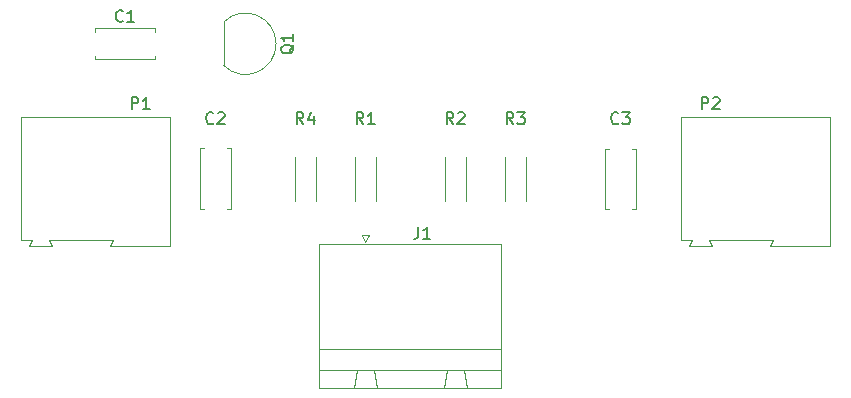
<source format=gbr>
G04 #@! TF.FileFunction,Legend,Top*
%FSLAX46Y46*%
G04 Gerber Fmt 4.6, Leading zero omitted, Abs format (unit mm)*
G04 Created by KiCad (PCBNEW 4.0.6) date 06/11/17 17:15:35*
%MOMM*%
%LPD*%
G01*
G04 APERTURE LIST*
%ADD10C,0.100000*%
%ADD11C,0.120000*%
%ADD12C,0.150000*%
G04 APERTURE END LIST*
D10*
D11*
X79930000Y-61420000D02*
X79930000Y-73580000D01*
X79930000Y-73580000D02*
X95330000Y-73580000D01*
X95330000Y-73580000D02*
X95330000Y-61420000D01*
X95330000Y-61420000D02*
X79930000Y-61420000D01*
X79930000Y-72080000D02*
X79930000Y-70280000D01*
X79930000Y-70280000D02*
X95330000Y-70280000D01*
X95330000Y-70280000D02*
X95330000Y-72080000D01*
X95330000Y-72080000D02*
X79930000Y-72080000D01*
X82820000Y-73580000D02*
X84820000Y-73580000D01*
X84820000Y-73580000D02*
X84570000Y-72080000D01*
X84570000Y-72080000D02*
X83070000Y-72080000D01*
X83070000Y-72080000D02*
X82820000Y-73580000D01*
X90440000Y-73580000D02*
X92440000Y-73580000D01*
X92440000Y-73580000D02*
X92190000Y-72080000D01*
X92190000Y-72080000D02*
X90690000Y-72080000D01*
X90690000Y-72080000D02*
X90440000Y-73580000D01*
X84120000Y-60620000D02*
X83820000Y-61220000D01*
X83820000Y-61220000D02*
X83520000Y-60620000D01*
X83520000Y-60620000D02*
X84120000Y-60620000D01*
X123140000Y-50690000D02*
X110540000Y-50690000D01*
X110540000Y-50690000D02*
X110540000Y-61040000D01*
X110540000Y-61040000D02*
X111490000Y-61040000D01*
X111490000Y-61040000D02*
X111240000Y-61540000D01*
X111240000Y-61540000D02*
X113140000Y-61540000D01*
X113140000Y-61540000D02*
X113190000Y-61540000D01*
X113190000Y-61540000D02*
X112940000Y-61040000D01*
X112940000Y-61040000D02*
X118340000Y-61040000D01*
X118340000Y-61040000D02*
X118040000Y-61540000D01*
X118040000Y-61540000D02*
X123140000Y-61540000D01*
X123140000Y-61540000D02*
X123140000Y-50690000D01*
X60900000Y-43140000D02*
X66020000Y-43140000D01*
X60900000Y-45760000D02*
X66020000Y-45760000D01*
X60900000Y-43140000D02*
X60900000Y-43454000D01*
X60900000Y-45446000D02*
X60900000Y-45760000D01*
X66020000Y-43140000D02*
X66020000Y-43454000D01*
X66020000Y-45446000D02*
X66020000Y-45760000D01*
X72430000Y-53280000D02*
X72430000Y-58400000D01*
X69810000Y-53280000D02*
X69810000Y-58400000D01*
X72430000Y-53280000D02*
X72116000Y-53280000D01*
X70124000Y-53280000D02*
X69810000Y-53280000D01*
X72430000Y-58400000D02*
X72116000Y-58400000D01*
X70124000Y-58400000D02*
X69810000Y-58400000D01*
X106720000Y-53360000D02*
X106720000Y-58480000D01*
X104100000Y-53360000D02*
X104100000Y-58480000D01*
X106720000Y-53360000D02*
X106406000Y-53360000D01*
X104414000Y-53360000D02*
X104100000Y-53360000D01*
X106720000Y-58480000D02*
X106406000Y-58480000D01*
X104414000Y-58480000D02*
X104100000Y-58480000D01*
X67260000Y-50690000D02*
X54660000Y-50690000D01*
X54660000Y-50690000D02*
X54660000Y-61040000D01*
X54660000Y-61040000D02*
X55610000Y-61040000D01*
X55610000Y-61040000D02*
X55360000Y-61540000D01*
X55360000Y-61540000D02*
X57260000Y-61540000D01*
X57260000Y-61540000D02*
X57310000Y-61540000D01*
X57310000Y-61540000D02*
X57060000Y-61040000D01*
X57060000Y-61040000D02*
X62460000Y-61040000D01*
X62460000Y-61040000D02*
X62160000Y-61540000D01*
X62160000Y-61540000D02*
X67260000Y-61540000D01*
X67260000Y-61540000D02*
X67260000Y-50690000D01*
X71810000Y-42650000D02*
X71810000Y-46250000D01*
X71821522Y-42611522D02*
G75*
G02X76260000Y-44450000I1838478J-1838478D01*
G01*
X71821522Y-46288478D02*
G75*
G03X76260000Y-44450000I1838478J1838478D01*
G01*
X82960000Y-57740000D02*
X82960000Y-54020000D01*
X84680000Y-57740000D02*
X84680000Y-54020000D01*
X92300000Y-54020000D02*
X92300000Y-57740000D01*
X90580000Y-54020000D02*
X90580000Y-57740000D01*
X95660000Y-57740000D02*
X95660000Y-54020000D01*
X97380000Y-57740000D02*
X97380000Y-54020000D01*
X79600000Y-54020000D02*
X79600000Y-57740000D01*
X77880000Y-54020000D02*
X77880000Y-57740000D01*
D12*
X88296667Y-59952381D02*
X88296667Y-60666667D01*
X88249047Y-60809524D01*
X88153809Y-60904762D01*
X88010952Y-60952381D01*
X87915714Y-60952381D01*
X89296667Y-60952381D02*
X88725238Y-60952381D01*
X89010952Y-60952381D02*
X89010952Y-59952381D01*
X88915714Y-60095238D01*
X88820476Y-60190476D01*
X88725238Y-60238095D01*
X112291905Y-49982381D02*
X112291905Y-48982381D01*
X112672858Y-48982381D01*
X112768096Y-49030000D01*
X112815715Y-49077619D01*
X112863334Y-49172857D01*
X112863334Y-49315714D01*
X112815715Y-49410952D01*
X112768096Y-49458571D01*
X112672858Y-49506190D01*
X112291905Y-49506190D01*
X113244286Y-49077619D02*
X113291905Y-49030000D01*
X113387143Y-48982381D01*
X113625239Y-48982381D01*
X113720477Y-49030000D01*
X113768096Y-49077619D01*
X113815715Y-49172857D01*
X113815715Y-49268095D01*
X113768096Y-49410952D01*
X113196667Y-49982381D01*
X113815715Y-49982381D01*
X63293334Y-42497143D02*
X63245715Y-42544762D01*
X63102858Y-42592381D01*
X63007620Y-42592381D01*
X62864762Y-42544762D01*
X62769524Y-42449524D01*
X62721905Y-42354286D01*
X62674286Y-42163810D01*
X62674286Y-42020952D01*
X62721905Y-41830476D01*
X62769524Y-41735238D01*
X62864762Y-41640000D01*
X63007620Y-41592381D01*
X63102858Y-41592381D01*
X63245715Y-41640000D01*
X63293334Y-41687619D01*
X64245715Y-42592381D02*
X63674286Y-42592381D01*
X63960000Y-42592381D02*
X63960000Y-41592381D01*
X63864762Y-41735238D01*
X63769524Y-41830476D01*
X63674286Y-41878095D01*
X70953334Y-51157143D02*
X70905715Y-51204762D01*
X70762858Y-51252381D01*
X70667620Y-51252381D01*
X70524762Y-51204762D01*
X70429524Y-51109524D01*
X70381905Y-51014286D01*
X70334286Y-50823810D01*
X70334286Y-50680952D01*
X70381905Y-50490476D01*
X70429524Y-50395238D01*
X70524762Y-50300000D01*
X70667620Y-50252381D01*
X70762858Y-50252381D01*
X70905715Y-50300000D01*
X70953334Y-50347619D01*
X71334286Y-50347619D02*
X71381905Y-50300000D01*
X71477143Y-50252381D01*
X71715239Y-50252381D01*
X71810477Y-50300000D01*
X71858096Y-50347619D01*
X71905715Y-50442857D01*
X71905715Y-50538095D01*
X71858096Y-50680952D01*
X71286667Y-51252381D01*
X71905715Y-51252381D01*
X105243334Y-51157143D02*
X105195715Y-51204762D01*
X105052858Y-51252381D01*
X104957620Y-51252381D01*
X104814762Y-51204762D01*
X104719524Y-51109524D01*
X104671905Y-51014286D01*
X104624286Y-50823810D01*
X104624286Y-50680952D01*
X104671905Y-50490476D01*
X104719524Y-50395238D01*
X104814762Y-50300000D01*
X104957620Y-50252381D01*
X105052858Y-50252381D01*
X105195715Y-50300000D01*
X105243334Y-50347619D01*
X105576667Y-50252381D02*
X106195715Y-50252381D01*
X105862381Y-50633333D01*
X106005239Y-50633333D01*
X106100477Y-50680952D01*
X106148096Y-50728571D01*
X106195715Y-50823810D01*
X106195715Y-51061905D01*
X106148096Y-51157143D01*
X106100477Y-51204762D01*
X106005239Y-51252381D01*
X105719524Y-51252381D01*
X105624286Y-51204762D01*
X105576667Y-51157143D01*
X64031905Y-49982381D02*
X64031905Y-48982381D01*
X64412858Y-48982381D01*
X64508096Y-49030000D01*
X64555715Y-49077619D01*
X64603334Y-49172857D01*
X64603334Y-49315714D01*
X64555715Y-49410952D01*
X64508096Y-49458571D01*
X64412858Y-49506190D01*
X64031905Y-49506190D01*
X65555715Y-49982381D02*
X64984286Y-49982381D01*
X65270000Y-49982381D02*
X65270000Y-48982381D01*
X65174762Y-49125238D01*
X65079524Y-49220476D01*
X64984286Y-49268095D01*
X77767619Y-44545238D02*
X77720000Y-44640476D01*
X77624762Y-44735714D01*
X77481905Y-44878571D01*
X77434286Y-44973810D01*
X77434286Y-45069048D01*
X77672381Y-45021429D02*
X77624762Y-45116667D01*
X77529524Y-45211905D01*
X77339048Y-45259524D01*
X77005714Y-45259524D01*
X76815238Y-45211905D01*
X76720000Y-45116667D01*
X76672381Y-45021429D01*
X76672381Y-44830952D01*
X76720000Y-44735714D01*
X76815238Y-44640476D01*
X77005714Y-44592857D01*
X77339048Y-44592857D01*
X77529524Y-44640476D01*
X77624762Y-44735714D01*
X77672381Y-44830952D01*
X77672381Y-45021429D01*
X77672381Y-43640476D02*
X77672381Y-44211905D01*
X77672381Y-43926191D02*
X76672381Y-43926191D01*
X76815238Y-44021429D01*
X76910476Y-44116667D01*
X76958095Y-44211905D01*
X83653334Y-51252381D02*
X83320000Y-50776190D01*
X83081905Y-51252381D02*
X83081905Y-50252381D01*
X83462858Y-50252381D01*
X83558096Y-50300000D01*
X83605715Y-50347619D01*
X83653334Y-50442857D01*
X83653334Y-50585714D01*
X83605715Y-50680952D01*
X83558096Y-50728571D01*
X83462858Y-50776190D01*
X83081905Y-50776190D01*
X84605715Y-51252381D02*
X84034286Y-51252381D01*
X84320000Y-51252381D02*
X84320000Y-50252381D01*
X84224762Y-50395238D01*
X84129524Y-50490476D01*
X84034286Y-50538095D01*
X91273334Y-51252381D02*
X90940000Y-50776190D01*
X90701905Y-51252381D02*
X90701905Y-50252381D01*
X91082858Y-50252381D01*
X91178096Y-50300000D01*
X91225715Y-50347619D01*
X91273334Y-50442857D01*
X91273334Y-50585714D01*
X91225715Y-50680952D01*
X91178096Y-50728571D01*
X91082858Y-50776190D01*
X90701905Y-50776190D01*
X91654286Y-50347619D02*
X91701905Y-50300000D01*
X91797143Y-50252381D01*
X92035239Y-50252381D01*
X92130477Y-50300000D01*
X92178096Y-50347619D01*
X92225715Y-50442857D01*
X92225715Y-50538095D01*
X92178096Y-50680952D01*
X91606667Y-51252381D01*
X92225715Y-51252381D01*
X96353334Y-51252381D02*
X96020000Y-50776190D01*
X95781905Y-51252381D02*
X95781905Y-50252381D01*
X96162858Y-50252381D01*
X96258096Y-50300000D01*
X96305715Y-50347619D01*
X96353334Y-50442857D01*
X96353334Y-50585714D01*
X96305715Y-50680952D01*
X96258096Y-50728571D01*
X96162858Y-50776190D01*
X95781905Y-50776190D01*
X96686667Y-50252381D02*
X97305715Y-50252381D01*
X96972381Y-50633333D01*
X97115239Y-50633333D01*
X97210477Y-50680952D01*
X97258096Y-50728571D01*
X97305715Y-50823810D01*
X97305715Y-51061905D01*
X97258096Y-51157143D01*
X97210477Y-51204762D01*
X97115239Y-51252381D01*
X96829524Y-51252381D01*
X96734286Y-51204762D01*
X96686667Y-51157143D01*
X78573334Y-51252381D02*
X78240000Y-50776190D01*
X78001905Y-51252381D02*
X78001905Y-50252381D01*
X78382858Y-50252381D01*
X78478096Y-50300000D01*
X78525715Y-50347619D01*
X78573334Y-50442857D01*
X78573334Y-50585714D01*
X78525715Y-50680952D01*
X78478096Y-50728571D01*
X78382858Y-50776190D01*
X78001905Y-50776190D01*
X79430477Y-50585714D02*
X79430477Y-51252381D01*
X79192381Y-50204762D02*
X78954286Y-50919048D01*
X79573334Y-50919048D01*
M02*

</source>
